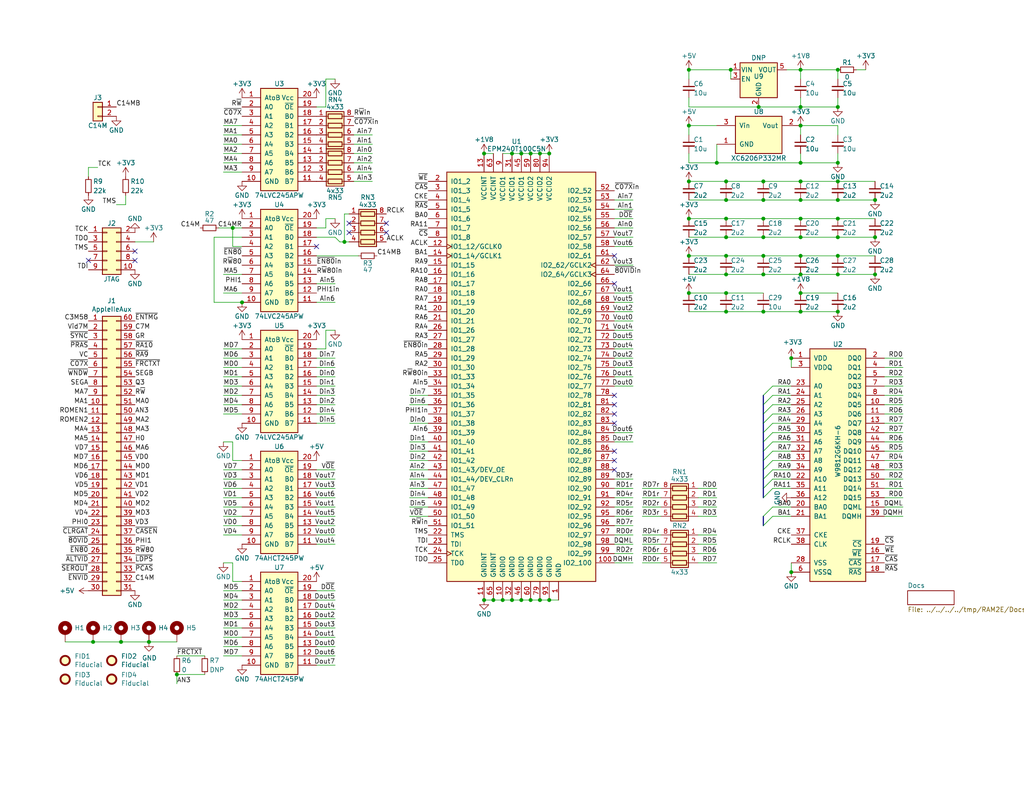
<source format=kicad_sch>
(kicad_sch (version 20230121) (generator eeschema)
  (paper "USLetter")
  (title_block (title "GW4203B (RAM2E II)") (date "2020-12-25") (rev "1.3") (company "Garrett's Workshop"))
  (junction (at 137.16 163.83))
  (junction (at 228.6 74.93))
  (junction (at 208.28 59.69))
  (junction (at 198.12 69.85))
  (junction (at 228.6 59.69))
  (junction (at 144.78 163.83))
  (junction (at 93.98 66.04))
  (junction (at 238.76 64.77))
  (junction (at 238.76 54.61))
  (junction (at 215.9 97.79))
  (junction (at 149.86 41.91))
  (junction (at 139.7 41.91))
  (junction (at 198.12 49.53))
  (junction (at 142.24 41.91))
  (junction (at 218.44 85.09))
  (junction (at 147.32 41.91))
  (junction (at 139.7 163.83))
  (junction (at 132.08 163.83))
  (junction (at 187.96 49.53))
  (junction (at 195.58 44.45))
  (junction (at 218.44 59.69))
  (junction (at 144.78 41.91))
  (junction (at 218.44 54.61))
  (junction (at 228.6 49.53))
  (junction (at 198.12 85.09))
  (junction (at 199.39 19.05))
  (junction (at 187.96 19.05))
  (junction (at 134.62 163.83))
  (junction (at 208.28 49.53))
  (junction (at 187.96 34.29))
  (junction (at 25.4 175.26))
  (junction (at 198.12 54.61))
  (junction (at 228.6 19.05))
  (junction (at 198.12 64.77))
  (junction (at 218.44 34.29))
  (junction (at 66.04 82.55))
  (junction (at 215.9 156.21))
  (junction (at 228.6 64.77))
  (junction (at 208.28 69.85))
  (junction (at 228.6 44.45))
  (junction (at 187.96 80.01))
  (junction (at 218.44 29.21))
  (junction (at 142.24 163.83))
  (junction (at 208.28 64.77))
  (junction (at 218.44 49.53))
  (junction (at 40.64 175.26))
  (junction (at 218.44 80.01))
  (junction (at 228.6 29.21))
  (junction (at 238.76 74.93))
  (junction (at 208.28 54.61))
  (junction (at 33.02 175.26))
  (junction (at 198.12 74.93))
  (junction (at 48.26 184.15))
  (junction (at 228.6 54.61))
  (junction (at 198.12 59.69))
  (junction (at 132.08 41.91))
  (junction (at 187.96 59.69))
  (junction (at 63.5 62.23))
  (junction (at 149.86 163.83))
  (junction (at 218.44 64.77))
  (junction (at 198.12 80.01))
  (junction (at 218.44 69.85))
  (junction (at 208.28 74.93))
  (junction (at 218.44 44.45))
  (junction (at 207.01 29.21))
  (junction (at 187.96 69.85))
  (junction (at 218.44 19.05))
  (junction (at 147.32 163.83))
  (junction (at 228.6 85.09))
  (junction (at 228.6 69.85))
  (junction (at 208.28 85.09))
  (junction (at 218.44 74.93))
  (no_connect (at 36.83 68.58))
  (no_connect (at 167.64 125.73))
  (no_connect (at 167.64 107.95))
  (no_connect (at 167.64 115.57))
  (no_connect (at 105.41 60.96))
  (no_connect (at 105.41 63.5))
  (no_connect (at 167.64 128.27))
  (no_connect (at 95.25 63.5))
  (no_connect (at 24.13 71.12))
  (no_connect (at 86.36 67.31))
  (no_connect (at 167.64 113.03))
  (no_connect (at 167.64 123.19))
  (no_connect (at 36.83 71.12))
  (no_connect (at 167.64 77.47))
  (no_connect (at 167.64 69.85))
  (no_connect (at 167.64 110.49))
  (no_connect (at 95.25 60.96))
  (bus_entry (at 210.82 128.27) (size -2.54 2.54))
  (bus_entry (at 210.82 113.03) (size -2.54 2.54))
  (bus_entry (at 210.82 118.11) (size -2.54 2.54))
  (bus_entry (at 210.82 125.73) (size -2.54 2.54))
  (bus_entry (at 210.82 130.81) (size -2.54 2.54))
  (bus_entry (at 210.82 115.57) (size -2.54 2.54))
  (bus_entry (at 210.82 110.49) (size -2.54 2.54))
  (bus_entry (at 210.82 105.41) (size -2.54 2.54))
  (bus_entry (at 210.82 120.65) (size -2.54 2.54))
  (bus_entry (at 210.82 138.43) (size -2.54 2.54))
  (bus_entry (at 210.82 140.97) (size -2.54 2.54))
  (bus_entry (at 210.82 123.19) (size -2.54 2.54))
  (bus_entry (at 210.82 107.95) (size -2.54 2.54))
  (bus_entry (at 210.82 133.35) (size -2.54 2.54))
  (wire (pts (xy 91.44 148.59) (xy 86.36 148.59)))
  (wire (pts (xy 60.96 171.45) (xy 66.04 171.45)))
  (wire (pts (xy 246.38 125.73) (xy 241.3 125.73)))
  (wire (pts (xy 60.96 135.89) (xy 66.04 135.89)))
  (wire (pts (xy 91.44 107.95) (xy 86.36 107.95)))
  (wire (pts (xy 228.6 49.53) (xy 238.76 49.53)))
  (wire (pts (xy 215.9 100.33) (xy 215.9 97.79)))
  (wire (pts (xy 246.38 105.41) (xy 241.3 105.41)))
  (wire (pts (xy 60.96 113.03) (xy 66.04 113.03)))
  (wire (pts (xy 218.44 69.85) (xy 228.6 69.85)))
  (wire (pts (xy 91.44 64.77) (xy 92.71 66.04)))
  (wire (pts (xy 111.76 107.95) (xy 116.84 107.95)))
  (bus (pts (xy 208.28 125.73) (xy 208.28 128.27)))
  (wire (pts (xy 60.96 163.83) (xy 66.04 163.83)))
  (wire (pts (xy 215.9 138.43) (xy 210.82 138.43)))
  (wire (pts (xy 187.96 49.53) (xy 198.12 49.53)))
  (wire (pts (xy 187.96 29.21) (xy 207.01 29.21)))
  (wire (pts (xy 167.64 140.97) (xy 172.72 140.97)))
  (wire (pts (xy 198.12 69.85) (xy 208.28 69.85)))
  (wire (pts (xy 88.9 90.17) (xy 91.44 90.17)))
  (wire (pts (xy 175.26 148.59) (xy 180.34 148.59)))
  (wire (pts (xy 92.71 66.04) (xy 93.98 66.04)))
  (wire (pts (xy 149.86 163.83) (xy 152.4 163.83)))
  (wire (pts (xy 180.34 135.89) (xy 175.26 135.89)))
  (wire (pts (xy 142.24 163.83) (xy 139.7 163.83)))
  (wire (pts (xy 172.72 72.39) (xy 167.64 72.39)))
  (wire (pts (xy 228.6 19.05) (xy 218.44 19.05)))
  (wire (pts (xy 195.58 133.35) (xy 190.5 133.35)))
  (wire (pts (xy 215.9 107.95) (xy 210.82 107.95)))
  (wire (pts (xy 111.76 123.19) (xy 116.84 123.19)))
  (wire (pts (xy 228.6 85.09) (xy 218.44 85.09)))
  (wire (pts (xy 175.26 146.05) (xy 180.34 146.05)))
  (wire (pts (xy 59.69 62.23) (xy 63.5 62.23)))
  (wire (pts (xy 172.72 100.33) (xy 167.64 100.33)))
  (wire (pts (xy 91.44 168.91) (xy 86.36 168.91)))
  (wire (pts (xy 208.28 64.77) (xy 218.44 64.77)))
  (wire (pts (xy 198.12 59.69) (xy 208.28 59.69)))
  (wire (pts (xy 25.4 175.26) (xy 17.78 175.26)))
  (wire (pts (xy 167.64 143.51) (xy 172.72 143.51)))
  (wire (pts (xy 60.96 143.51) (xy 66.04 143.51)))
  (wire (pts (xy 228.6 69.85) (xy 238.76 69.85)))
  (wire (pts (xy 172.72 138.43) (xy 167.64 138.43)))
  (wire (pts (xy 86.36 128.27) (xy 91.44 128.27)))
  (wire (pts (xy 218.44 29.21) (xy 207.01 29.21)))
  (wire (pts (xy 91.44 105.41) (xy 86.36 105.41)))
  (wire (pts (xy 66.04 64.77) (xy 58.42 64.77)))
  (wire (pts (xy 208.28 49.53) (xy 218.44 49.53)))
  (wire (pts (xy 41.91 66.04) (xy 36.83 66.04)))
  (wire (pts (xy 91.44 171.45) (xy 86.36 171.45)))
  (wire (pts (xy 60.96 179.07) (xy 66.04 179.07)))
  (wire (pts (xy 228.6 64.77) (xy 238.76 64.77)))
  (wire (pts (xy 91.44 115.57) (xy 86.36 115.57)))
  (wire (pts (xy 91.44 143.51) (xy 86.36 143.51)))
  (wire (pts (xy 111.76 130.81) (xy 116.84 130.81)))
  (wire (pts (xy 93.98 66.04) (xy 95.25 66.04)))
  (wire (pts (xy 215.9 140.97) (xy 210.82 140.97)))
  (wire (pts (xy 218.44 54.61) (xy 228.6 54.61)))
  (wire (pts (xy 198.12 80.01) (xy 208.28 80.01)))
  (bus (pts (xy 208.28 110.49) (xy 208.28 113.03)))
  (bus (pts (xy 208.28 133.35) (xy 208.28 135.89)))
  (wire (pts (xy 91.44 77.47) (xy 86.36 77.47)))
  (wire (pts (xy 24.13 45.72) (xy 26.67 45.72)))
  (wire (pts (xy 172.72 62.23) (xy 167.64 62.23)))
  (wire (pts (xy 91.44 100.33) (xy 86.36 100.33)))
  (wire (pts (xy 111.76 138.43) (xy 116.84 138.43)))
  (wire (pts (xy 228.6 36.83) (xy 228.6 34.29)))
  (wire (pts (xy 63.5 153.67) (xy 60.96 153.67)))
  (wire (pts (xy 63.5 62.23) (xy 63.5 67.31)))
  (wire (pts (xy 91.44 138.43) (xy 86.36 138.43)))
  (wire (pts (xy 88.9 95.25) (xy 88.9 90.17)))
  (bus (pts (xy 208.28 140.97) (xy 208.28 143.51)))
  (wire (pts (xy 60.96 97.79) (xy 66.04 97.79)))
  (wire (pts (xy 147.32 163.83) (xy 144.78 163.83)))
  (wire (pts (xy 218.44 29.21) (xy 218.44 26.67)))
  (wire (pts (xy 172.72 92.71) (xy 167.64 92.71)))
  (wire (pts (xy 58.42 64.77) (xy 58.42 82.55)))
  (wire (pts (xy 66.04 62.23) (xy 63.5 62.23)))
  (wire (pts (xy 172.72 54.61) (xy 167.64 54.61)))
  (wire (pts (xy 95.25 58.42) (xy 93.98 58.42)))
  (wire (pts (xy 195.58 138.43) (xy 190.5 138.43)))
  (wire (pts (xy 86.36 161.29) (xy 91.44 161.29)))
  (wire (pts (xy 246.38 138.43) (xy 241.3 138.43)))
  (wire (pts (xy 60.96 107.95) (xy 66.04 107.95)))
  (wire (pts (xy 187.96 44.45) (xy 187.96 41.91)))
  (wire (pts (xy 137.16 163.83) (xy 134.62 163.83)))
  (bus (pts (xy 208.28 113.03) (xy 208.28 115.57)))
  (wire (pts (xy 91.44 146.05) (xy 86.36 146.05)))
  (wire (pts (xy 142.24 41.91) (xy 139.7 41.91)))
  (wire (pts (xy 66.04 125.73) (xy 63.5 125.73)))
  (wire (pts (xy 60.96 102.87) (xy 66.04 102.87)))
  (wire (pts (xy 198.12 49.53) (xy 208.28 49.53)))
  (wire (pts (xy 167.64 146.05) (xy 172.72 146.05)))
  (wire (pts (xy 172.72 85.09) (xy 167.64 85.09)))
  (wire (pts (xy 91.44 110.49) (xy 86.36 110.49)))
  (wire (pts (xy 187.96 54.61) (xy 198.12 54.61)))
  (wire (pts (xy 228.6 34.29) (xy 218.44 34.29)))
  (wire (pts (xy 48.26 184.15) (xy 48.26 186.69)))
  (wire (pts (xy 60.96 44.45) (xy 66.04 44.45)))
  (wire (pts (xy 198.12 54.61) (xy 208.28 54.61)))
  (wire (pts (xy 187.96 19.05) (xy 187.96 21.59)))
  (wire (pts (xy 218.44 64.77) (xy 228.6 64.77)))
  (wire (pts (xy 180.34 151.13) (xy 175.26 151.13)))
  (wire (pts (xy 210.82 133.35) (xy 215.9 133.35)))
  (wire (pts (xy 111.76 128.27) (xy 116.84 128.27)))
  (wire (pts (xy 246.38 100.33) (xy 241.3 100.33)))
  (wire (pts (xy 208.28 59.69) (xy 218.44 59.69)))
  (wire (pts (xy 172.72 64.77) (xy 167.64 64.77)))
  (wire (pts (xy 218.44 19.05) (xy 214.63 19.05)))
  (wire (pts (xy 215.9 123.19) (xy 210.82 123.19)))
  (wire (pts (xy 187.96 34.29) (xy 187.96 36.83)))
  (wire (pts (xy 218.44 36.83) (xy 218.44 34.29)))
  (wire (pts (xy 149.86 163.83) (xy 147.32 163.83)))
  (wire (pts (xy 218.44 29.21) (xy 228.6 29.21)))
  (wire (pts (xy 144.78 41.91) (xy 142.24 41.91)))
  (wire (pts (xy 172.72 87.63) (xy 167.64 87.63)))
  (wire (pts (xy 63.5 158.75) (xy 63.5 153.67)))
  (wire (pts (xy 91.44 97.79) (xy 86.36 97.79)))
  (bus (pts (xy 208.28 123.19) (xy 208.28 125.73)))
  (wire (pts (xy 134.62 163.83) (xy 132.08 163.83)))
  (wire (pts (xy 175.26 140.97) (xy 180.34 140.97)))
  (wire (pts (xy 246.38 120.65) (xy 241.3 120.65)))
  (wire (pts (xy 246.38 140.97) (xy 241.3 140.97)))
  (wire (pts (xy 63.5 67.31) (xy 66.04 67.31)))
  (wire (pts (xy 246.38 118.11) (xy 241.3 118.11)))
  (wire (pts (xy 101.6 49.53) (xy 96.52 49.53)))
  (wire (pts (xy 60.96 105.41) (xy 66.04 105.41)))
  (bus (pts (xy 208.28 128.27) (xy 208.28 130.81)))
  (wire (pts (xy 187.96 74.93) (xy 198.12 74.93)))
  (wire (pts (xy 60.96 140.97) (xy 66.04 140.97)))
  (bus (pts (xy 208.28 120.65) (xy 208.28 123.19)))
  (wire (pts (xy 215.9 125.73) (xy 210.82 125.73)))
  (wire (pts (xy 60.96 110.49) (xy 66.04 110.49)))
  (wire (pts (xy 215.9 120.65) (xy 210.82 120.65)))
  (wire (pts (xy 246.38 102.87) (xy 241.3 102.87)))
  (wire (pts (xy 195.58 140.97) (xy 190.5 140.97)))
  (wire (pts (xy 187.96 59.69) (xy 198.12 59.69)))
  (wire (pts (xy 215.9 115.57) (xy 210.82 115.57)))
  (wire (pts (xy 215.9 130.81) (xy 210.82 130.81)))
  (wire (pts (xy 246.38 107.95) (xy 241.3 107.95)))
  (wire (pts (xy 111.76 120.65) (xy 116.84 120.65)))
  (wire (pts (xy 190.5 148.59) (xy 195.58 148.59)))
  (wire (pts (xy 91.44 181.61) (xy 86.36 181.61)))
  (wire (pts (xy 91.44 133.35) (xy 86.36 133.35)))
  (wire (pts (xy 215.9 118.11) (xy 210.82 118.11)))
  (wire (pts (xy 246.38 133.35) (xy 241.3 133.35)))
  (wire (pts (xy 60.96 100.33) (xy 66.04 100.33)))
  (wire (pts (xy 246.38 113.03) (xy 241.3 113.03)))
  (wire (pts (xy 132.08 41.91) (xy 134.62 41.91)))
  (wire (pts (xy 187.96 64.77) (xy 198.12 64.77)))
  (wire (pts (xy 24.13 48.26) (xy 24.13 45.72)))
  (wire (pts (xy 40.64 175.26) (xy 33.02 175.26)))
  (wire (pts (xy 187.96 19.05) (xy 199.39 19.05)))
  (wire (pts (xy 167.64 151.13) (xy 172.72 151.13)))
  (wire (pts (xy 195.58 153.67) (xy 190.5 153.67)))
  (bus (pts (xy 208.28 130.81) (xy 208.28 133.35)))
  (wire (pts (xy 218.44 44.45) (xy 195.58 44.45)))
  (wire (pts (xy 91.44 82.55) (xy 86.36 82.55)))
  (wire (pts (xy 91.44 135.89) (xy 86.36 135.89)))
  (wire (pts (xy 246.38 123.19) (xy 241.3 123.19)))
  (wire (pts (xy 149.86 41.91) (xy 147.32 41.91)))
  (wire (pts (xy 180.34 153.67) (xy 175.26 153.67)))
  (wire (pts (xy 195.58 151.13) (xy 190.5 151.13)))
  (wire (pts (xy 208.28 74.93) (xy 218.44 74.93)))
  (wire (pts (xy 195.58 135.89) (xy 190.5 135.89)))
  (wire (pts (xy 60.96 95.25) (xy 66.04 95.25)))
  (wire (pts (xy 48.26 179.07) (xy 55.88 179.07)))
  (wire (pts (xy 187.96 80.01) (xy 198.12 80.01)))
  (wire (pts (xy 198.12 74.93) (xy 208.28 74.93)))
  (wire (pts (xy 60.96 46.99) (xy 66.04 46.99)))
  (wire (pts (xy 172.72 120.65) (xy 167.64 120.65)))
  (wire (pts (xy 172.72 105.41) (xy 167.64 105.41)))
  (wire (pts (xy 60.96 80.01) (xy 66.04 80.01)))
  (wire (pts (xy 91.44 130.81) (xy 86.36 130.81)))
  (wire (pts (xy 116.84 140.97) (xy 111.76 140.97)))
  (wire (pts (xy 198.12 85.09) (xy 208.28 85.09)))
  (wire (pts (xy 180.34 133.35) (xy 175.26 133.35)))
  (wire (pts (xy 60.96 36.83) (xy 66.04 36.83)))
  (wire (pts (xy 111.76 110.49) (xy 116.84 110.49)))
  (wire (pts (xy 91.44 173.99) (xy 86.36 173.99)))
  (wire (pts (xy 228.6 74.93) (xy 238.76 74.93)))
  (wire (pts (xy 246.38 128.27) (xy 241.3 128.27)))
  (wire (pts (xy 60.96 74.93) (xy 66.04 74.93)))
  (wire (pts (xy 167.64 148.59) (xy 172.72 148.59)))
  (wire (pts (xy 86.36 62.23) (xy 88.9 62.23)))
  (wire (pts (xy 208.28 85.09) (xy 218.44 85.09)))
  (wire (pts (xy 101.6 41.91) (xy 96.52 41.91)))
  (wire (pts (xy 167.64 59.69) (xy 172.72 59.69)))
  (wire (pts (xy 215.9 105.41) (xy 210.82 105.41)))
  (wire (pts (xy 218.44 49.53) (xy 228.6 49.53)))
  (wire (pts (xy 195.58 146.05) (xy 190.5 146.05)))
  (wire (pts (xy 88.9 21.59) (xy 88.9 29.21)))
  (wire (pts (xy 101.6 39.37) (xy 96.52 39.37)))
  (wire (pts (xy 88.9 59.69) (xy 88.9 62.23)))
  (wire (pts (xy 172.72 57.15) (xy 167.64 57.15)))
  (wire (pts (xy 246.38 97.79) (xy 241.3 97.79)))
  (wire (pts (xy 172.72 102.87) (xy 167.64 102.87)))
  (wire (pts (xy 198.12 85.09) (xy 187.96 85.09)))
  (wire (pts (xy 60.96 176.53) (xy 66.04 176.53)))
  (wire (pts (xy 228.6 44.45) (xy 228.6 41.91)))
  (wire (pts (xy 60.96 41.91) (xy 66.04 41.91)))
  (wire (pts (xy 172.72 118.11) (xy 167.64 118.11)))
  (wire (pts (xy 91.44 102.87) (xy 86.36 102.87)))
  (wire (pts (xy 34.29 55.88) (xy 34.29 53.34)))
  (wire (pts (xy 55.88 184.15) (xy 48.26 184.15)))
  (wire (pts (xy 60.96 161.29) (xy 66.04 161.29)))
  (wire (pts (xy 218.44 74.93) (xy 228.6 74.93)))
  (wire (pts (xy 218.44 44.45) (xy 218.44 41.91)))
  (wire (pts (xy 215.9 113.03) (xy 210.82 113.03)))
  (wire (pts (xy 63.5 125.73) (xy 63.5 120.65)))
  (wire (pts (xy 111.76 133.35) (xy 116.84 133.35)))
  (wire (pts (xy 60.96 168.91) (xy 66.04 168.91)))
  (wire (pts (xy 172.72 82.55) (xy 167.64 82.55)))
  (wire (pts (xy 86.36 69.85) (xy 97.79 69.85)))
  (wire (pts (xy 91.44 176.53) (xy 86.36 176.53)))
  (wire (pts (xy 33.02 175.26) (xy 25.4 175.26)))
  (wire (pts (xy 198.12 64.77) (xy 208.28 64.77)))
  (wire (pts (xy 60.96 133.35) (xy 66.04 133.35)))
  (wire (pts (xy 228.6 21.59) (xy 228.6 19.05)))
  (wire (pts (xy 60.96 166.37) (xy 66.04 166.37)))
  (wire (pts (xy 172.72 130.81) (xy 167.64 130.81)))
  (wire (pts (xy 187.96 69.85) (xy 198.12 69.85)))
  (wire (pts (xy 147.32 41.91) (xy 144.78 41.91)))
  (wire (pts (xy 228.6 54.61) (xy 238.76 54.61)))
  (wire (pts (xy 246.38 110.49) (xy 241.3 110.49)))
  (bus (pts (xy 208.28 118.11) (xy 208.28 120.65)))
  (bus (pts (xy 208.28 107.95) (xy 208.28 110.49)))
  (wire (pts (xy 101.6 36.83) (xy 96.52 36.83)))
  (wire (pts (xy 187.96 29.21) (xy 187.96 26.67)))
  (wire (pts (xy 218.44 44.45) (xy 228.6 44.45)))
  (wire (pts (xy 246.38 130.81) (xy 241.3 130.81)))
  (wire (pts (xy 63.5 120.65) (xy 60.96 120.65)))
  (wire (pts (xy 172.72 90.17) (xy 167.64 90.17)))
  (wire (pts (xy 228.6 29.21) (xy 228.6 26.67)))
  (wire (pts (xy 60.96 39.37) (xy 66.04 39.37)))
  (wire (pts (xy 208.28 69.85) (xy 218.44 69.85)))
  (wire (pts (xy 139.7 163.83) (xy 137.16 163.83)))
  (wire (pts (xy 66.04 158.75) (xy 63.5 158.75)))
  (wire (pts (xy 175.26 138.43) (xy 180.34 138.43)))
  (wire (pts (xy 236.22 19.05) (xy 233.68 19.05)))
  (wire (pts (xy 218.44 80.01) (xy 228.6 80.01)))
  (wire (pts (xy 93.98 58.42) (xy 93.98 66.04)))
  (wire (pts (xy 86.36 29.21) (xy 88.9 29.21)))
  (wire (pts (xy 111.76 135.89) (xy 116.84 135.89)))
  (wire (pts (xy 172.72 95.25) (xy 167.64 95.25)))
  (wire (pts (xy 167.64 153.67) (xy 172.72 153.67)))
  (wire (pts (xy 86.36 95.25) (xy 88.9 95.25)))
  (wire (pts (xy 172.72 67.31) (xy 167.64 67.31)))
  (wire (pts (xy 195.58 44.45) (xy 195.58 39.37)))
  (wire (pts (xy 88.9 59.69) (xy 91.44 59.69)))
  (wire (pts (xy 60.96 146.05) (xy 66.04 146.05)))
  (wire (pts (xy 187.96 44.45) (xy 195.58 44.45)))
  (wire (pts (xy 91.44 140.97) (xy 86.36 140.97)))
  (wire (pts (xy 172.72 80.01) (xy 167.64 80.01)))
  (wire (pts (xy 58.42 82.55) (xy 66.04 82.55)))
  (wire (pts (xy 111.76 125.73) (xy 116.84 125.73)))
  (wire (pts (xy 172.72 135.89) (xy 167.64 135.89)))
  (wire (pts (xy 218.44 21.59) (xy 218.44 19.05)))
  (wire (pts (xy 172.72 133.35) (xy 167.64 133.35)))
  (wire (pts (xy 139.7 41.91) (xy 137.16 41.91)))
  (wire (pts (xy 246.38 115.57) (xy 241.3 115.57)))
  (wire (pts (xy 86.36 64.77) (xy 91.44 64.77)))
  (wire (pts (xy 31.75 55.88) (xy 34.29 55.88)))
  (wire (pts (xy 60.96 128.27) (xy 66.04 128.27)))
  (wire (pts (xy 91.44 179.07) (xy 86.36 179.07)))
  (wire (pts (xy 101.6 46.99) (xy 96.52 46.99)))
  (wire (pts (xy 246.38 135.89) (xy 241.3 135.89)))
  (wire (pts (xy 48.26 175.26) (xy 40.64 175.26)))
  (wire (pts (xy 172.72 97.79) (xy 167.64 97.79)))
  (bus (pts (xy 208.28 115.57) (xy 208.28 118.11)))
  (wire (pts (xy 60.96 34.29) (xy 66.04 34.29)))
  (wire (pts (xy 215.9 110.49) (xy 210.82 110.49)))
  (wire (pts (xy 91.44 113.03) (xy 86.36 113.03)))
  (wire (pts (xy 199.39 19.05) (xy 199.39 21.59)))
  (wire (pts (xy 88.9 21.59) (xy 91.44 21.59)))
  (wire (pts (xy 187.96 34.29) (xy 195.58 34.29)))
  (wire (pts (xy 101.6 44.45) (xy 96.52 44.45)))
  (wire (pts (xy 215.9 128.27) (xy 210.82 128.27)))
  (wire (pts (xy 91.44 166.37) (xy 86.36 166.37)))
  (wire (pts (xy 60.96 173.99) (xy 66.04 173.99)))
  (wire (pts (xy 218.44 59.69) (xy 228.6 59.69)))
  (wire (pts (xy 60.96 130.81) (xy 66.04 130.81)))
  (wire (pts (xy 111.76 115.57) (xy 116.84 115.57)))
  (wire (pts (xy 228.6 59.69) (xy 238.76 59.69)))
  (wire (pts (xy 91.44 163.83) (xy 86.36 163.83)))
  (wire (pts (xy 144.78 163.83) (xy 142.24 163.83)))
  (wire (pts (xy 60.96 138.43) (xy 66.04 138.43)))
  (wire (pts (xy 215.9 156.21) (xy 215.9 153.67)))
  (wire (pts (xy 208.28 54.61) (xy 218.44 54.61)))
  (label "MD4" (at 24.13 138.43 180))
  (label "RA0" (at 215.9 105.41 180))
  (label "VD3" (at 60.96 130.81 0))
  (label "Vout4" (at 172.72 90.17 180))
  (label "Dout6" (at 91.44 179.07 180))
  (label "Vout6" (at 91.44 135.89 180))
  (label "R~{W}" (at 66.04 29.21 180))
  (label "~{CS}" (at 116.84 64.77 180))
  (label "Din7" (at 91.44 97.79 180))
  (label "RD6r" (at 175.26 151.13 0))
  (label "~{80VID}" (at 24.13 148.59 180))
  (label "Vout1" (at 91.44 138.43 180))
  (label "~{C07X}in" (at 96.52 34.29 0))
  (label "RA7" (at 215.9 123.19 180))
  (label "~{ENTMG}" (at 36.83 87.63 0))
  (label "Dout0" (at 91.44 176.53 180))
  (label "Vout6" (at 172.72 67.31 180))
  (label "RA6" (at 215.9 120.65 180))
  (label "~{SYNC}" (at 24.13 92.71 180))
  (label "RD4" (at 195.58 146.05 180))
  (label "DQMH" (at 246.38 140.97 180))
  (label "RA5" (at 215.9 118.11 180))
  (label "R~{W}80in" (at 86.36 74.93 0))
  (label "MD1" (at 60.96 171.45 0))
  (label "RD2r" (at 172.72 151.13 180))
  (label "~{80VID}in" (at 167.64 74.93 0))
  (label "R~{W}80" (at 66.04 72.39 180))
  (label "~{FRCTXT}" (at 48.26 179.07 0))
  (label "~{RA9}" (at 36.83 97.79 0))
  (label "Ain2" (at 101.6 44.45 180))
  (label "Dout5" (at 172.72 92.71 180))
  (label "RD4" (at 246.38 107.95 180))
  (label "RA10" (at 116.84 74.93 180))
  (label "ROMEN1" (at 24.13 113.03 180))
  (label "TCK" (at 24.13 63.5 180))
  (label "RA8" (at 215.9 125.73 180))
  (label "~{ENVID}" (at 24.13 158.75 180))
  (label "VD7" (at 24.13 123.19 180))
  (label "RA11" (at 116.84 62.23 180))
  (label "RD2" (at 195.58 138.43 180))
  (label "Dout2" (at 172.72 97.79 180))
  (label "Dout6" (at 172.72 118.11 180))
  (label "Din7" (at 111.76 107.95 0))
  (label "~{WNDW}" (at 24.13 102.87 180))
  (label "Dout3" (at 172.72 100.33 180))
  (label "MD7" (at 60.96 95.25 0))
  (label "Dout1" (at 91.44 173.99 180))
  (label "RD3r" (at 172.72 130.81 180))
  (label "VD4" (at 24.13 140.97 180))
  (label "RD1" (at 246.38 100.33 180))
  (label "Din5" (at 91.44 115.57 180))
  (label "RA2" (at 116.84 100.33 180))
  (label "Ain6" (at 116.84 118.11 180))
  (label "Dout4" (at 91.44 166.37 180))
  (label "Vout4" (at 91.44 148.59 180))
  (label "RA1" (at 215.9 107.95 180))
  (label "RD7r" (at 175.26 133.35 0))
  (label "Ain5" (at 91.44 77.47 180))
  (label "VD6" (at 60.96 133.35 0))
  (label "Ain7" (at 172.72 54.61 180))
  (label "RD7r" (at 172.72 143.51 180))
  (label "TCK" (at 26.67 45.72 0))
  (label "R~{W}" (at 36.83 107.95 0))
  (label "RD4r" (at 172.72 135.89 180))
  (label "TDI" (at 116.84 148.59 180))
  (label "AN3" (at 48.26 186.69 0))
  (label "MD7" (at 24.13 125.73 180))
  (label "RA0" (at 116.84 80.01 180))
  (label "Din4" (at 111.76 135.89 0))
  (label "RD3r" (at 175.26 140.97 0))
  (label "MD3" (at 60.96 168.91 0))
  (label "Ain5" (at 116.84 105.41 180))
  (label "MD0" (at 36.83 128.27 0))
  (label "RA10" (at 215.9 130.81 180))
  (label "MA3" (at 60.96 46.99 0))
  (label "~{RA10}" (at 36.83 95.25 0))
  (label "MD4" (at 60.96 163.83 0))
  (label "RA9" (at 215.9 128.27 180))
  (label "Vout3" (at 91.44 133.35 180))
  (label "~{RAS}" (at 116.84 57.15 180))
  (label "MA2" (at 60.96 41.91 0))
  (label "SEGB" (at 36.83 102.87 0))
  (label "TDO" (at 24.13 66.04 180))
  (label "Vout7" (at 91.44 130.81 180))
  (label "VC" (at 24.13 97.79 180))
  (label "RA3" (at 215.9 113.03 180))
  (label "Din1" (at 111.76 120.65 0))
  (label "RD0" (at 246.38 135.89 180))
  (label "RD3" (at 246.38 128.27 180))
  (label "MD6" (at 60.96 176.53 0))
  (label "~{PCAS}" (at 36.83 156.21 0))
  (label "C3M58" (at 24.13 87.63 180))
  (label "MD4" (at 60.96 110.49 0))
  (label "Dout1" (at 172.72 102.87 180))
  (label "Vout3" (at 172.72 72.39 180))
  (label "~{EN80}" (at 24.13 151.13 180))
  (label "RA3" (at 116.84 92.71 180))
  (label "MD5" (at 24.13 135.89 180))
  (label "~{CAS}" (at 241.3 153.67 0))
  (label "Din3" (at 111.76 123.19 0))
  (label "PHI0" (at 24.13 143.51 180))
  (label "PHI1" (at 66.04 77.47 180))
  (label "Vout5" (at 91.44 140.97 180))
  (label "MD5" (at 60.96 161.29 0))
  (label "C14MR" (at 66.04 62.23 180))
  (label "R~{W}in" (at 96.52 31.75 0))
  (label "TMS" (at 24.13 68.58 180))
  (label "Dout2" (at 91.44 168.91 180))
  (label "PHI1in" (at 86.36 80.01 0))
  (label "RA4" (at 215.9 115.57 180))
  (label "RD5r" (at 172.72 138.43 180))
  (label "D~{OE}" (at 91.44 161.29 180))
  (label "~{CLRGAT}" (at 24.13 146.05 180))
  (label "MD3" (at 36.83 140.97 0))
  (label "MA6" (at 36.83 123.19 0))
  (label "~{EN80}" (at 66.04 69.85 180))
  (label "Din5" (at 111.76 138.43 0))
  (label "Dout7" (at 172.72 120.65 180))
  (label "MD6" (at 60.96 97.79 0))
  (label "MA7" (at 60.96 34.29 0))
  (label "Ain1" (at 101.6 39.37 180))
  (label "VD0" (at 60.96 143.51 0))
  (label "BA0" (at 215.9 138.43 180))
  (label "C14M" (at 54.61 62.23 180))
  (label "RD5" (at 246.38 123.19 180))
  (label "Ain3" (at 101.6 49.53 180))
  (label "VD2" (at 60.96 140.97 0))
  (label "V~{OE}" (at 91.44 128.27 180))
  (label "MA3" (at 36.83 118.11 0))
  (label "AN3" (at 36.83 113.03 0))
  (label "Ain4" (at 111.76 130.81 0))
  (label "TDI" (at 24.13 73.66 180))
  (label "TMS" (at 116.84 146.05 180))
  (label "Ain3" (at 111.76 133.35 0))
  (label "Dout7" (at 91.44 181.61 180))
  (label "BA1" (at 215.9 140.97 180))
  (label "RD7" (at 246.38 115.57 180))
  (label "RD2" (at 246.38 102.87 180))
  (label "MA4" (at 60.96 44.45 0))
  (label "Ain0" (at 101.6 41.91 180))
  (label "Dout4" (at 172.72 95.25 180))
  (label "MA5" (at 60.96 74.93 0))
  (label "Din6" (at 111.76 110.49 0))
  (label "MD2" (at 60.96 107.95 0))
  (label "~{RAS}" (at 241.3 156.21 0))
  (label "GR" (at 36.83 92.71 0))
  (label "RD4" (at 246.38 125.73 180))
  (label "Vout5" (at 172.72 82.55 180))
  (label "RD3" (at 246.38 105.41 180))
  (label "MD7" (at 60.96 179.07 0))
  (label "RD6" (at 246.38 113.03 180))
  (label "~{LDPS}" (at 36.83 153.67 0))
  (label "D~{OE}" (at 172.72 59.69 180))
  (label "VD4" (at 60.96 146.05 0))
  (label "RA2" (at 215.9 110.49 180))
  (label "VD1" (at 36.83 133.35 0))
  (label "SEGA" (at 24.13 105.41 180))
  (label "MD2" (at 60.96 166.37 0))
  (label "~{CASEN}" (at 36.83 146.05 0))
  (label "BA0" (at 116.84 59.69 180))
  (label "VD7" (at 60.96 128.27 0))
  (label "~{EN80}in" (at 116.84 95.25 180))
  (label "Din2" (at 91.44 110.49 180))
  (label "MA5" (at 24.13 120.65 180))
  (label "BA1" (at 116.84 69.85 180))
  (label "VD3" (at 36.83 143.51 0))
  (label "C7M" (at 36.83 90.17 0))
  (label "MA2" (at 36.83 115.57 0))
  (label "Vout0" (at 91.44 146.05 180))
  (label "~{CS}" (at 241.3 148.59 0))
  (label "RD5" (at 195.58 148.59 180))
  (label "RD1r" (at 175.26 135.89 0))
  (label "Ain1" (at 172.72 57.15 180))
  (label "Ain2" (at 111.76 128.27 0))
  (label "~{C07X}" (at 66.04 31.75 180))
  (label "RD5" (at 246.38 110.49 180))
  (label "VD1" (at 60.96 135.89 0))
  (label "DQML" (at 172.72 148.59 180))
  (label "Din3" (at 91.44 107.95 180))
  (label "Dout5" (at 91.44 163.83 180))
  (label "RA8" (at 116.84 77.47 180))
  (label "RA5" (at 116.84 97.79 180))
  (label "ROMEN2" (at 24.13 115.57 180))
  (label "TMS" (at 31.75 55.88 180))
  (label "RA1" (at 116.84 85.09 180))
  (label "H0" (at 36.83 120.65 0))
  (label "Din0" (at 111.76 115.57 0))
  (label "RD1r" (at 172.72 133.35 180))
  (label "~{SEROUT}" (at 24.13 156.21 180))
  (label "MA0" (at 60.96 39.37 0))
  (label "MA1" (at 60.96 36.83 0))
  (label "Ain6" (at 91.44 82.55 180))
  (label "~{FRCTXT}" (at 36.83 100.33 0))
  (label "MA0" (at 36.83 110.49 0))
  (label "~{WE}" (at 241.3 151.13 0))
  (label "RD4r" (at 175.26 146.05 0))
  (label "RD6r" (at 172.72 140.97 180))
  (label "Din6" (at 91.44 100.33 180))
  (label "MA7" (at 24.13 107.95 180))
  (label "RD6" (at 246.38 120.65 180))
  (label "MD0" (at 60.96 100.33 0))
  (label "MA1" (at 24.13 110.49 180))
  (label "RCLK" (at 105.41 58.42 0))
  (label "RD5r" (at 175.26 148.59 0))
  (label "Dout0" (at 172.72 105.41 180))
  (label "TCK" (at 116.84 151.13 180))
  (label "~{C07X}in" (at 167.64 52.07 0))
  (label "~{ALTVID}" (at 24.13 153.67 180))
  (label "Din2" (at 111.76 125.73 0))
  (label "VD5" (at 24.13 133.35 180))
  (label "Vout7" (at 172.72 64.77 180))
  (label "~{C07X}" (at 24.13 100.33 180))
  (label "MD1" (at 60.96 102.87 0))
  (label "RD0" (at 246.38 97.79 180))
  (label "RA11" (at 215.9 133.35 180))
  (label "Din0" (at 91.44 102.87 180))
  (label "Ain0" (at 172.72 62.23 180))
  (label "RD2" (at 246.38 130.81 180))
  (label "~{WE}" (at 116.84 49.53 180))
  (label "~{PRAS}" (at 24.13 95.25 180))
  (label "MD6" (at 24.13 128.27 180))
  (label "RA6" (at 116.84 87.63 180))
  (label "Vout1" (at 172.72 80.01 180))
  (label "Vid7M" (at 24.13 90.17 180))
  (label "MD1" (at 36.83 130.81 0))
  (label "MD0" (at 60.96 173.99 0))
  (label "Vout0" (at 172.72 87.63 180))
  (label "RD0" (at 195.58 133.35 180))
  (label "RD6" (at 195.58 151.13 180))
  (label "RCLK" (at 215.9 148.59 180))
  (label "Vout2" (at 172.72 85.09 180))
  (label "VD2" (at 36.83 135.89 0))
  (label "RA7" (at 116.84 82.55 180))
  (label "MD2" (at 36.83 138.43 0))
  (label "V~{OE}" (at 111.76 140.97 0))
  (label "~{EN80}in" (at 86.36 72.39 0))
  (label "RD7" (at 195.58 153.67 180))
  (label "RD0r" (at 172.72 146.05 180))
  (label "Q3" (at 36.83 105.41 0))
  (label "RD7" (at 246.38 118.11 180))
  (label "Dout3" (at 91.44 171.45 180))
  (label "R~{W}80in" (at 116.84 102.87 180))
  (label "MD3" (at 60.96 105.41 0))
  (label "ACLK" (at 105.41 66.04 0))
  (label "CKE" (at 116.84 54.61 180))
  (label "~{CAS}" (at 116.84 52.07 180))
  (label "MA6" (at 60.96 80.01 0))
  (label "RD0r" (at 175.26 153.67 0))
  (label "MA4" (at 24.13 118.11 180))
  (label "Vout2" (at 91.44 143.51 180))
  (label "Din4" (at 91.44 113.03 180))
  (label "RA9" (at 116.84 72.39 180))
  (label "RD2r" (at 175.26 138.43 0))
  (label "VD5" (at 60.96 138.43 0))
  (label "PHI1in" (at 116.84 113.03 180))
  (label "CKE" (at 215.9 146.05 180))
  (label "DQML" (at 246.38 138.43 180))
  (label "RD3" (at 195.58 140.97 180))
  (label "RD1" (at 195.58 135.89 180))
  (label "PHI1" (at 36.83 148.59 0))
  (label "Din1" (at 91.44 105.41 180))
  (label "VD0" (at 36.83 125.73 0))
  (label "Ain4" (at 101.6 46.99 180))
  (label "TDO" (at 116.84 153.67 180))
  (label "R~{W}in" (at 116.84 143.51 180))
  (label "RA4" (at 116.84 90.17 180))
  (label "C14M" (at 36.83 158.75 0))
  (label "ACLK" (at 116.84 67.31 180))
  (label "DQMH" (at 172.72 153.67 180))
  (label "Ain7" (at 101.6 36.83 180))
  (label "VD6" (at 24.13 130.81 180))
  (label "RD1" (at 246.38 133.35 180))
  (label "C14MB" (at 102.87 69.85 0))
  (label "R~{W}80" (at 36.83 151.13 0))
  (label "MD5" (at 60.96 113.03 0))
  (label "C14MB" (at 31.75 29.21 0))
  (symbol (lib_id "Device:C_Small") (at 218.44 24.13 0) (unit 1)
    (property "Reference" "C4" (at 219.71 22.86 0) (effects (justify left)))
    (property "Value" "10u" (at 219.71 25.4 0) (effects (justify left)))
    (property "Footprint" "stdpads:C_0805" (effects hide))
    (property "LCSC Part" "C15850" (effects hide))
  )
  (symbol (lib_id "Device:C_Small") (at 228.6 24.13 0) (unit 1)
    (property "Reference" "C5" (at 229.87 22.86 0) (effects (justify left)))
    (property "Value" "10u" (at 229.87 25.4 0) (effects (justify left)))
    (property "Footprint" "stdpads:C_0805" (effects hide))
    (property "LCSC Part" "C15850" (effects hide))
  )
  (symbol (lib_id "Mechanical:Fiducial") (at 17.78 180.34 0) (unit 1)
    (property "Reference" "FID1" (at 20.32 179.1716 0) (effects (justify left)))
    (property "Value" "Fiducial" (at 20.32 181.483 0) (effects (justify left)))
    (property "Footprint" "stdpads:Fiducial" (effects hide))
  )
  (symbol (lib_id "Mechanical:Fiducial") (at 30.48 180.34 0) (unit 1)
    (property "Reference" "FID2" (at 33.02 179.1716 0) (effects (justify left)))
    (property "Value" "Fiducial" (at 33.02 181.483 0) (effects (justify left)))
    (property "Footprint" "stdpads:Fiducial" (effects hide))
  )
  (symbol (lib_id "Mechanical:Fiducial") (at 17.78 185.42 0) (unit 1)
    (property "Reference" "FID3" (at 20.32 184.2516 0) (effects (justify left)))
    (property "Value" "Fiducial" (at 20.32 186.563 0) (effects (justify left)))
    (property "Footprint" "stdpads:Fiducial" (effects hide))
  )
  (symbol (lib_id "Mechanical:Fiducial") (at 30.48 185.42 0) (unit 1)
    (property "Reference" "FID4" (at 33.02 184.2516 0) (effects (justify left)))
    (property "Value" "Fiducial" (at 33.02 186.563 0) (effects (justify left)))
    (property "Footprint" "stdpads:Fiducial" (effects hide))
  )
  (symbol (lib_id "Mechanical:MountingHole_Pad") (at 17.78 172.72 0) (unit 1)
    (property "Reference" "H1" (at 20.32 171.4246 0) (effects (justify left)))
    (property "Value" " " (at 20.32 173.736 0) (effects (justify left)))
    (property "Footprint" "stdpads:PasteHole_1.152mm_NPTH" (effects hide))
  )
  (symbol (lib_id "Mechanical:MountingHole_Pad") (at 25.4 172.72 0) (unit 1)
    (property "Reference" "H2" (at 27.94 171.4246 0) (effects (justify left)))
    (property "Value" " " (at 27.94 173.736 0) (effects (justify left)))
    (property "Footprint" "stdpads:PasteHole_1.152mm_NPTH" (effects hide))
  )
  (symbol (lib_id "Mechanical:MountingHole_Pad") (at 33.02 172.72 0) (unit 1)
    (property "Reference" "H3" (at 35.56 171.4246 0) (effects (justify left)))
    (property "Value" " " (at 35.56 173.736 0) (effects (justify left)))
    (property "Footprint" "stdpads:PasteHole_1.152mm_NPTH" (effects hide))
  )
  (symbol (lib_id "Mechanical:MountingHole_Pad") (at 40.64 172.72 0) (unit 1)
    (property "Reference" "H4" (at 43.18 171.4246 0) (effects (justify left)))
    (property "Value" " " (at 43.18 173.736 0) (effects (justify left)))
    (property "Footprint" "stdpads:PasteHole_1.152mm_NPTH" (effects hide))
  )
  (symbol (lib_id "power:GND") (at 40.64 175.26 0) (unit 1)
    (property "Reference" "#PWR0132" (effects hide))
    (property "Value" "GND" (at 40.767 179.6542 0))
  )
  (symbol (lib_id "Connector_Generic:Conn_02x30_Counter_Clockwise") (at 29.21 123.19 0) (unit 1)
    (property "Reference" "J1" (at 30.48 82.1182 0))
    (property "Value" "AppleIIeAux" (at 30.48 84.4296 0))
    (property "Footprint" "stdpads:AppleIIeAux_Edge" (effects hide))
  )
  (symbol (lib_id "power:+5V") (at 24.13 161.29 90) (unit 1)
    (property "Reference" "#PWR0106" (effects hide))
    (property "Value" "+5V" (at 20.32 161.29 90) (effects (justify left)))
  )
  (symbol (lib_id "power:GND") (at 36.83 161.29 0) (unit 1)
    (property "Reference" "#PWR0107" (effects hide))
    (property "Value" "GND" (at 36.83 165.1 0))
  )
  (symbol (lib_id "Device:C_Small") (at 187.96 39.37 0) (unit 1)
    (property "Reference" "C1" (at 189.23 38.1 0) (effects (justify left)))
    (property "Value" "10u" (at 189.23 40.64 0) (effects (justify left)))
    (property "Footprint" "stdpads:C_0805" (effects hide))
    (property "LCSC Part" "C15850" (effects hide))
  )
  (symbol (lib_id "Device:C_Small") (at 228.6 39.37 0) (unit 1)
    (property "Reference" "C3" (at 229.87 38.1 0) (effects (justify left)))
    (property "Value" "10u" (at 229.87 40.64 0) (effects (justify left)))
    (property "Footprint" "stdpads:C_0805" (effects hide))
    (property "LCSC Part" "C15850" (effects hide))
  )
  (symbol (lib_id "RAM2E-rescue:SDRAM-16Mx16-TSOP2-54-GW_RAM") (at 228.6 123.19 0) (unit 1)
    (property "Reference" "U2" (at 228.6 93.98 0))
    (property "Value" "W9812G6KH-6" (at 228.6 123.19 90))
    (property "Footprint" "stdpads:TSOP-II-54_22.2x10.16mm_P0.8mm" (effects hide))
    (property "LCSC Part" "C62379" (effects hide))
  )
  (symbol (lib_id "RAM2E-rescue:74245-GW_Logic") (at 76.2 38.1 0) (unit 1)
    (property "Reference" "U3" (at 76.2 22.86 0))
    (property "Value" "74LVC245APW" (at 76.2 53.34 0))
    (property "Footprint" "stdpads:TSSOP-20_4.4x6.5mm_P0.65mm" (effects hide))
    (property "LCSC Part" "C6082" (effects hide))
  )
  (symbol (lib_id "RAM2E-rescue:74245-GW_Logic") (at 76.2 104.14 0) (unit 1)
    (property "Reference" "U5" (at 76.2 88.9 0))
    (property "Value" "74LVC245APW" (at 76.2 119.38 0))
    (property "Footprint" "stdpads:TSSOP-20_4.4x6.5mm_P0.65mm" (effects hide))
    (property "LCSC Part" "C6082" (effects hide))
  )
  (symbol (lib_id "RAM2E-rescue:74245-GW_Logic") (at 76.2 170.18 0) (unit 1)
    (property "Reference" "U7" (at 76.2 154.94 0))
    (property "Value" "74AHCT245PW" (at 76.2 185.42 0))
    (property "Footprint" "stdpads:TSSOP-20_4.4x6.5mm_P0.65mm" (effects hide))
    (property "LCSC Part" "C173388" (effects hide))
  )
  (symbol (lib_id "Device:R_Small") (at 55.88 181.61 0) (mirror y) (unit 1)
    (property "Reference" "R7" (at 57.15 180.34 0) (effects (justify right)))
    (property "Value" "DNP" (at 57.15 182.88 0) (effects (justify right)))
    (property "Footprint" "stdpads:R_0805" (effects hide))
  )
  (symbol (lib_id "power:GND") (at 66.04 49.53 0) (unit 1)
    (property "Reference" "#PWR0101" (effects hide))
    (property "Value" "GND" (at 66.04 53.34 0))
  )
  (symbol (lib_id "power:GND") (at 66.04 115.57 0) (unit 1)
    (property "Reference" "#PWR0123" (effects hide))
    (property "Value" "GND" (at 66.04 119.38 0))
  )
  (symbol (lib_id "power:GND") (at 66.04 181.61 0) (unit 1)
    (property "Reference" "#PWR0122" (effects hide))
    (property "Value" "GND" (at 66.04 185.42 0))
  )
  (symbol (lib_id "power:+5V") (at 86.36 158.75 0) (unit 1)
    (property "Reference" "#PWR0121" (effects hide))
    (property "Value" "+5V" (at 86.36 154.94 0))
  )
  (symbol (lib_id "power:+3V3") (at 86.36 92.71 0) (unit 1)
    (property "Reference" "#PWR0120" (effects hide))
    (property "Value" "+3V3" (at 86.36 88.9 0))
  )
  (symbol (lib_id "power:+3V3") (at 86.36 26.67 0) (unit 1)
    (property "Reference" "#PWR0102" (effects hide))
    (property "Value" "+3V3" (at 86.36 22.86 0))
  )
  (symbol (lib_id "power:GND") (at 91.44 90.17 0) (unit 1)
    (property "Reference" "#PWR0119" (effects hide))
    (property "Value" "GND" (at 91.44 93.98 0))
  )
  (symbol (lib_id "power:GND") (at 91.44 21.59 0) (unit 1)
    (property "Reference" "#PWR0104" (effects hide))
    (property "Value" "GND" (at 91.44 25.4 0))
  )
  (symbol (lib_id "Device:R_Pack04") (at 185.42 138.43 90) (mirror x) (unit 1)
    (property "Reference" "RN1" (at 185.42 129.54 90) (effects (justify bottom)))
    (property "Value" "4x33" (at 185.42 130.81 90))
    (property "Footprint" "stdpads:R4_0402" (effects hide))
    (property "LCSC Part" "C25501" (effects hide))
  )
  (symbol (lib_id "Device:R_Pack04") (at 185.42 151.13 90) (mirror x) (unit 1)
    (property "Reference" "RN2" (at 185.42 143.51 90))
    (property "Value" "4x33" (at 185.42 156.21 90))
    (property "Footprint" "stdpads:R4_0402" (effects hide))
    (property "LCSC Part" "C25501" (effects hide))
  )
  (symbol (lib_id "Device:R_Small") (at 24.13 50.8 0) (mirror y) (unit 1)
    (property "Reference" "R9" (at 25.4 49.53 0) (effects (justify right)))
    (property "Value" "22k" (at 25.4 52.07 0) (effects (justify right)))
    (property "Footprint" "stdpads:R_0805" (effects hide))
    (property "LCSC Part" "C17560" (effects hide))
  )
  (symbol (lib_id "Device:R_Small") (at 34.29 50.8 0) (mirror y) (unit 1)
    (property "Reference" "R10" (at 35.56 49.53 0) (effects (justify right)))
    (property "Value" "22k" (at 35.56 52.07 0) (effects (justify right)))
    (property "Footprint" "stdpads:R_0805" (effects hide))
    (property "LCSC Part" "C17560" (effects hide))
  )
  (symbol (lib_id "power:GND") (at 24.13 53.34 0) (unit 1)
    (property "Reference" "#PWR0148" (effects hide))
    (property "Value" "GND" (at 24.13 57.15 0))
  )
  (symbol (lib_id "power:+3V3") (at 34.29 48.26 0) (unit 1)
    (property "Reference" "#PWR0149" (effects hide))
    (property "Value" "+3V3" (at 34.29 44.45 0))
  )
  (symbol (lib_id "Connector_Generic:Conn_02x05_Odd_Even") (at 29.21 68.58 0) (unit 1)
    (property "Reference" "J2" (at 30.48 60.96 0))
    (property "Value" "JTAG" (at 30.48 76.2 0))
    (property "Footprint" "stdpads:TC2050" (effects hide))
  )
  (symbol (lib_id "power:GND") (at 36.83 73.66 0) (unit 1)
    (property "Reference" "#PWR0141" (effects hide))
    (property "Value" "GND" (at 36.83 77.47 0))
  )
  (symbol (lib_id "power:GND") (at 36.83 63.5 180) (unit 1)
    (property "Reference" "#PWR0142" (effects hide))
    (property "Value" "GND" (at 36.83 59.69 0))
  )
  (symbol (lib_id "power:+3V3") (at 41.91 66.04 0) (unit 1)
    (property "Reference" "#PWR0143" (effects hide))
    (property "Value" "+3V3" (at 41.91 62.23 0))
  )
  (symbol (lib_id "Mechanical:MountingHole_Pad") (at 48.26 172.72 0) (unit 1)
    (property "Reference" "H5" (at 50.8 171.4246 0) (effects (justify left)))
    (property "Value" " " (at 50.8 173.736 0) (effects (justify left)))
    (property "Footprint" "stdpads:PasteHole_1.1mm_PTH" (effects hide))
  )
  (symbol (lib_id "power:GND") (at 215.9 156.21 0) (unit 1)
    (property "Reference" "#PWR0105" (effects hide))
    (property "Value" "GND" (at 215.9 160.02 0))
  )
  (symbol (lib_id "power:+3V3") (at 215.9 97.79 0) (unit 1)
    (property "Reference" "#PWR0109" (effects hide))
    (property "Value" "+3V3" (at 216.281 93.3958 0))
  )
  (symbol (lib_id "RAM2E-rescue:5M240ZT100-GW_PLD") (at 142.24 102.87 0) (unit 1)
    (property "Reference" "U1" (at 140.97 39.37 0) (effects (justify bottom)))
    (property "Value" "EPM240T100C5N" (at 140.97 40.64 0))
    (property "Footprint" "stdpads:TQFP-100_14x14mm_P0.5mm" (effects hide))
    (property "Datasheet" "https://www.altera.com/content/dam/altera-www/global/en_US/pdfs/literature/hb/max2/max2_mii5v1.pdf" (effects hide))
    (property "LCSC Part" "C10041" (effects hide))
  )
  (symbol (lib_id "power:GND") (at 66.04 82.55 0) (unit 1)
    (property "Reference" "#PWR0111" (effects hide))
    (property "Value" "GND" (at 66.04 86.36 0))
  )
  (symbol (lib_id "power:+3V3") (at 66.04 26.67 0) (unit 1)
    (property "Reference" "#PWR0110" (effects hide))
    (property "Value" "+3V3" (at 66.04 22.86 0))
  )
  (symbol (lib_id "power:+3V3") (at 66.04 92.71 0) (unit 1)
    (property "Reference" "#PWR0118" (effects hide))
    (property "Value" "+3V3" (at 66.04 88.9 0))
  )
  (symbol (lib_id "power:GND") (at 60.96 153.67 0) (mirror y) (unit 1)
    (property "Reference" "#PWR0117" (effects hide))
    (property "Value" "GND" (at 60.96 157.48 0))
  )
  (symbol (lib_id "RAM2E-rescue:74245-GW_Logic") (at 76.2 137.16 0) (unit 1)
    (property "Reference" "U6" (at 76.2 121.92 0))
    (property "Value" "74AHCT245PW" (at 76.2 152.4 0))
    (property "Footprint" "stdpads:TSSOP-20_4.4x6.5mm_P0.65mm" (effects hide))
    (property "LCSC Part" "C173388" (effects hide))
  )
  (symbol (lib_id "power:GND") (at 60.96 120.65 0) (mirror y) (unit 1)
    (property "Reference" "#PWR0116" (effects hide))
    (property "Value" "GND" (at 60.96 124.46 0))
  )
  (symbol (lib_id "power:GND") (at 66.04 148.59 0) (mirror y) (unit 1)
    (property "Reference" "#PWR0115" (effects hide))
    (property "Value" "GND" (at 66.04 152.4 0))
  )
  (symbol (lib_id "power:+5V") (at 86.36 125.73 0) (unit 1)
    (property "Reference" "#PWR0114" (effects hide))
    (property "Value" "+5V" (at 86.36 121.92 0))
  )
  (symbol (lib_id "power:+3V3") (at 149.86 41.91 0) (unit 1)
    (property "Reference" "#PWR0112" (effects hide))
    (property "Value" "+3V3" (at 149.86 38.1 0))
  )
  (symbol (lib_id "power:GND") (at 132.08 163.83 0) (unit 1)
    (property "Reference" "#PWR0113" (effects hide))
    (property "Value" "GND" (at 132.08 167.64 0))
  )
  (symbol (lib_id "power:+3V3") (at 86.36 59.69 0) (unit 1)
    (property "Reference" "#PWR0124" (effects hide))
    (property "Value" "+3V3" (at 86.36 55.88 0))
  )
  (symbol (lib_id "RAM2E-rescue:74245-GW_Logic") (at 76.2 71.12 0) (unit 1)
    (property "Reference" "U4" (at 76.2 55.88 0))
    (property "Value" "74LVC245APW" (at 76.2 86.36 0))
    (property "Footprint" "stdpads:TSSOP-20_4.4x6.5mm_P0.65mm" (effects hide))
    (property "LCSC Part" "C6082" (effects hide))
  )
  (symbol (lib_id "power:+3V3") (at 66.04 59.69 0) (unit 1)
    (property "Reference" "#PWR0125" (effects hide))
    (property "Value" "+3V3" (at 66.04 55.88 0))
  )
  (symbol (lib_id "power:GND") (at 91.44 59.69 0) (unit 1)
    (property "Reference" "#PWR0126" (effects hide))
    (property "Value" "GND" (at 91.44 63.5 0))
  )
  (symbol (lib_id "Device:R_Pack04") (at 100.33 63.5 270) (unit 1)
    (property "Reference" "RN3" (at 100.33 54.61 90) (effects (justify bottom)))
    (property "Value" "4x33" (at 100.33 55.88 90))
    (property "Footprint" "stdpads:R4_0402" (effects hide))
    (property "LCSC Part" "C25501" (effects hide))
  )
  (symbol (lib_id "Device:C_Small") (at 218.44 39.37 0) (unit 1)
    (property "Reference" "C2" (at 219.71 38.1 0) (effects (justify left)))
    (property "Value" "10u" (at 219.71 40.64 0) (effects (justify left)))
    (property "Footprint" "stdpads:C_0805" (effects hide))
    (property "LCSC Part" "C15850" (effects hide))
  )
  (symbol (lib_id "RAM2E-rescue:AP2125-GW_Power") (at 207.01 36.83 0) (unit 1)
    (property "Reference" "U8" (at 207.01 30.48 0))
    (property "Value" "XC6206P332MR" (at 207.01 43.18 0))
    (property "Footprint" "stdpads:SOT-23" (effects hide))
    (property "LCSC Part" "C5446" (effects hide))
  )
  (symbol (lib_id "Device:R_Pack04") (at 91.44 36.83 270) (unit 1)
    (property "Reference" "RN4" (at 91.44 27.94 90) (effects (justify bottom)))
    (property "Value" "4x33" (at 91.44 29.21 90))
    (property "Footprint" "stdpads:R4_0402" (effects hide))
    (property "LCSC Part" "C25501" (effects hide))
  )
  (symbol (lib_id "Device:C_Small") (at 187.96 24.13 0) (unit 1)
    (property "Reference" "C6" (at 189.23 22.86 0) (effects (justify left)))
    (property "Value" "10u" (at 189.23 25.4 0) (effects (justify left)))
    (property "Footprint" "stdpads:C_0805" (effects hide))
    (property "LCSC Part" "C15850" (effects hide))
  )
  (symbol (lib_id "power:+5V") (at 187.96 19.05 0) (unit 1)
    (property "Reference" "#PWR0103" (effects hide))
    (property "Value" "+5V" (at 187.96 15.24 0))
  )
  (symbol (lib_id "power:GND") (at 228.6 29.21 0) (mirror y) (unit 1)
    (property "Reference" "#PWR0127" (effects hide))
    (property "Value" "GND" (at 228.6 33.02 0))
  )
  (symbol (lib_id "RAM2E-rescue:AP2127K-1.8-Regulator_Linear") (at 207.01 21.59 0) (unit 1)
    (property "Reference" "U9" (at 207.01 21.59 0) (effects (justify bottom)))
    (property "Value" "DNP" (at 207.01 16.51 0) (effects (justify bottom)))
    (property "Footprint" "stdpads:SOT-23-5" (effects hide))
    (property "Datasheet" "https://www.diodes.com/assets/Datasheets/AP2127.pdf" (effects hide))
  )
  (symbol (lib_id "Device:R_Pack04") (at 91.44 46.99 270) (unit 1)
    (property "Reference" "RN5" (at 91.44 54.61 90) (effects (justify bottom)))
    (property "Value" "4x33" (at 91.44 52.07 90))
    (property "Footprint" "stdpads:R4_0402" (effects hide))
    (property "LCSC Part" "C25501" (effects hide))
  )
  (symbol (lib_id "power:+1V8") (at 132.08 41.91 0) (unit 1)
    (property "Reference" "#PWR0128" (effects hide))
    (property "Value" "+1V8" (at 132.08 38.1 0))
  )
  (symbol (lib_id "power:+3V3") (at 218.44 34.29 0) (unit 1)
    (property "Reference" "#PWR0140" (effects hide))
    (property "Value" "+3V3" (at 218.44 30.48 0))
  )
  (symbol (lib_id "power:+5V") (at 187.96 34.29 0) (unit 1)
    (property "Reference" "#PWR0139" (effects hide))
    (property "Value" "+5V" (at 187.96 30.48 0))
  )
  (symbol (lib_id "power:+1V8") (at 218.44 19.05 0) (unit 1)
    (property "Reference" "#PWR0136" (effects hide))
    (property "Value" "+1V8" (at 218.44 15.24 0))
  )
  (symbol (lib_id "power:+1V8") (at 218.44 80.01 0) (unit 1)
    (property "Reference" "#PWR0137" (effects hide))
    (property "Value" "+1V8" (at 218.44 76.2 0))
  )
  (symbol (lib_id "Device:R_Small") (at 231.14 19.05 270) (unit 1)
    (property "Reference" "R1" (at 231.14 17.78 90) (effects (justify bottom)))
    (property "Value" "0" (at 231.14 20.32 90) (effects (justify top)))
    (property "Footprint" "stdpads:R_0805" (effects hide))
    (property "LCSC Part" "C17477" (effects hide))
  )
  (symbol (lib_id "power:+3V3") (at 236.22 19.05 0) (unit 1)
    (property "Reference" "#PWR0144" (effects hide))
    (property "Value" "+3V3" (at 236.22 15.24 0))
  )
  (symbol (lib_id "Device:C_Small") (at 187.96 52.07 0) (unit 1)
    (property "Reference" "C7" (at 189.23 50.8 0) (effects (justify left)))
    (property "Value" "2u2" (at 189.23 53.34 0) (effects (justify left)))
    (property "Footprint" "stdpads:C_0603" (effects hide))
    (property "LCSC Part" "C23630" (effects hide))
  )
  (symbol (lib_id "Device:C_Small") (at 218.44 52.07 0) (unit 1)
    (property "Reference" "C12" (at 219.71 50.8 0) (effects (justify left)))
    (property "Value" "2u2" (at 219.71 53.34 0) (effects (justify left)))
    (property "Footprint" "stdpads:C_0603" (effects hide))
    (property "LCSC Part" "C23630" (effects hide))
  )
  (symbol (lib_id "Device:C_Small") (at 218.44 62.23 0) (unit 1)
    (property "Reference" "C20" (at 219.71 60.96 0) (effects (justify left)))
    (property "Value" "2u2" (at 219.71 63.5 0) (effects (justify left)))
    (property "Footprint" "stdpads:C_0603" (effects hide))
    (property "LCSC Part" "C23630" (effects hide))
  )
  (symbol (lib_id "Device:C_Small") (at 228.6 82.55 0) (unit 1)
    (property "Reference" "C16" (at 229.87 81.28 0) (effects (justify left)))
    (property "Value" "2u2" (at 229.87 83.82 0) (effects (justify left)))
    (property "Footprint" "stdpads:C_0603" (effects hide))
    (property "LCSC Part" "C23630" (effects hide))
  )
  (symbol (lib_id "Device:C_Small") (at 198.12 72.39 0) (unit 1)
    (property "Reference" "C24" (at 199.39 71.12 0) (effects (justify left)))
    (property "Value" "2u2" (at 199.39 73.66 0) (effects (justify left)))
    (property "Footprint" "stdpads:C_0603" (effects hide))
    (property "LCSC Part" "C23630" (effects hide))
  )
  (symbol (lib_id "power:GND") (at 215.9 135.89 270) (unit 1)
    (property "Reference" "#PWR0146" (effects hide))
    (property "Value" "GND" (at 212.09 135.89 0))
  )
  (symbol (lib_id "power:+3V3") (at 187.96 49.53 0) (unit 1)
    (property "Reference" "#PWR0129" (effects hide))
    (property "Value" "+3V3" (at 187.96 45.72 0))
  )
  (symbol (lib_id "Device:C_Small") (at 228.6 52.07 0) (unit 1)
    (property "Reference" "C13" (at 229.87 50.8 0) (effects (justify left)))
    (property "Value" "2u2" (at 229.87 53.34 0) (effects (justify left)))
    (property "Footprint" "stdpads:C_0603" (effects hide))
    (property "LCSC Part" "C23630" (effects hide))
  )
  (symbol (lib_id "Device:C_Small") (at 198.12 52.07 0) (unit 1)
    (property "Reference" "C8" (at 199.39 50.8 0) (effects (justify left)))
    (property "Value" "2u2" (at 199.39 53.34 0) (effects (justify left)))
    (property "Footprint" "stdpads:C_0603" (effects hide))
    (property "LCSC Part" "C23630" (effects hide))
  )
  (symbol (lib_id "Device:C_Small") (at 228.6 62.23 0) (unit 1)
    (property "Reference" "C21" (at 229.87 60.96 0) (effects (justify left)))
    (property "Value" "2u2" (at 229.87 63.5 0) (effects (justify left)))
    (property "Footprint" "stdpads:C_0603" (effects hide))
    (property "LCSC Part" "C23630" (effects hide))
  )
  (symbol (lib_id "Device:C_Small") (at 198.12 62.23 0) (unit 1)
    (property "Reference" "C17" (at 199.39 60.96 0) (effects (justify left)))
    (property "Value" "2u2" (at 199.39 63.5 0) (effects (justify left)))
    (property "Footprint" "stdpads:C_0603" (effects hide))
    (property "LCSC Part" "C23630" (effects hide))
  )
  (symbol (lib_id "Device:C_Small") (at 208.28 72.39 0) (unit 1)
    (property "Reference" "C25" (at 209.55 71.12 0) (effects (justify left)))
    (property "Value" "2u2" (at 209.55 73.66 0) (effects (justify left)))
    (property "Footprint" "stdpads:C_0603" (effects hide))
    (property "LCSC Part" "C23630" (effects hide))
  )
  (symbol (lib_id "power:+3V3") (at 187.96 59.69 0) (unit 1)
    (property "Reference" "#PWR0131" (effects hide))
    (property "Value" "+3V3" (at 187.96 55.88 0))
  )
  (symbol (lib_id "Device:C_Small") (at 238.76 52.07 0) (unit 1)
    (property "Reference" "C14" (at 240.03 50.8 0) (effects (justify left)))
    (property "Value" "2u2" (at 240.03 53.34 0) (effects (justify left)))
    (property "Footprint" "stdpads:C_0603" (effects hide))
    (property "LCSC Part" "C23630" (effects hide))
  )
  (symbol (lib_id "Device:C_Small") (at 187.96 82.55 0) (unit 1)
    (property "Reference" "C10" (at 189.23 81.28 0) (effects (justify left)))
    (property "Value" "2u2" (at 189.23 83.82 0) (effects (justify left)))
    (property "Footprint" "stdpads:C_0603" (effects hide))
    (property "LCSC Part" "C23630" (effects hide))
  )
  (symbol (lib_id "Device:C_Small") (at 238.76 62.23 0) (unit 1)
    (property "Reference" "C22" (at 240.03 60.96 0) (effects (justify left)))
    (property "Value" "2u2" (at 240.03 63.5 0) (effects (justify left)))
    (property "Footprint" "stdpads:C_0603" (effects hide))
    (property "LCSC Part" "C23630" (effects hide))
  )
  (symbol (lib_id "Device:C_Small") (at 208.28 62.23 0) (unit 1)
    (property "Reference" "C18" (at 209.55 60.96 0) (effects (justify left)))
    (property "Value" "2u2" (at 209.55 63.5 0) (effects (justify left)))
    (property "Footprint" "stdpads:C_0603" (effects hide))
    (property "LCSC Part" "C23630" (effects hide))
  )
  (symbol (lib_id "Device:C_Small") (at 218.44 72.39 0) (unit 1)
    (property "Reference" "C26" (at 219.71 71.12 0) (effects (justify left)))
    (property "Value" "2u2" (at 219.71 73.66 0) (effects (justify left)))
    (property "Footprint" "stdpads:C_0603" (effects hide))
    (property "LCSC Part" "C23630" (effects hide))
  )
  (symbol (lib_id "power:+3V3") (at 187.96 69.85 0) (unit 1)
    (property "Reference" "#PWR0134" (effects hide))
    (property "Value" "+3V3" (at 187.96 66.04 0))
  )
  (symbol (lib_id "Device:C_Small") (at 187.96 62.23 0) (unit 1)
    (property "Reference" "C15" (at 189.23 60.96 0) (effects (justify left)))
    (property "Value" "2u2" (at 189.23 63.5 0) (effects (justify left)))
    (property "Footprint" "stdpads:C_0603" (effects hide))
    (property "LCSC Part" "C23630" (effects hide))
  )
  (symbol (lib_id "Device:C_Small") (at 198.12 82.55 0) (unit 1)
    (property "Reference" "C11" (at 199.39 81.28 0) (effects (justify left)))
    (property "Value" "2u2" (at 199.39 83.82 0) (effects (justify left)))
    (property "Footprint" "stdpads:C_0603" (effects hide))
    (property "LCSC Part" "C23630" (effects hide))
  )
  (symbol (lib_id "Device:C_Small") (at 187.96 72.39 0) (unit 1)
    (property "Reference" "C23" (at 189.23 71.12 0) (effects (justify left)))
    (property "Value" "2u2" (at 189.23 73.66 0) (effects (justify left)))
    (property "Footprint" "stdpads:C_0603" (effects hide))
    (property "LCSC Part" "C23630" (effects hide))
  )
  (symbol (lib_id "Device:C_Small") (at 218.44 82.55 0) (unit 1)
    (property "Reference" "C19" (at 219.71 81.28 0) (effects (justify left)))
    (property "Value" "2u2" (at 219.71 83.82 0) (effects (justify left)))
    (property "Footprint" "stdpads:C_0603" (effects hide))
    (property "LCSC Part" "C23630" (effects hide))
  )
  (symbol (lib_id "power:GND") (at 228.6 85.09 0) (mirror y) (unit 1)
    (property "Reference" "#PWR0135" (effects hide))
    (property "Value" "GND" (at 228.6 88.9 0))
  )
  (symbol (lib_id "power:GND") (at 228.6 44.45 0) (mirror y) (unit 1)
    (property "Reference" "#PWR0138" (effects hide))
    (property "Value" "GND" (at 228.6 48.26 0))
  )
  (symbol (lib_id "Device:C_Small") (at 208.28 52.07 0) (unit 1)
    (property "Reference" "C9" (at 209.55 50.8 0) (effects (justify left)))
    (property "Value" "2u2" (at 209.55 53.34 0) (effects (justify left)))
    (property "Footprint" "stdpads:C_0603" (effects hide))
    (property "LCSC Part" "C23630" (effects hide))
  )
  (symbol (lib_id "power:+5V") (at 187.96 80.01 0) (unit 1)
    (property "Reference" "#PWR0145" (effects hide))
    (property "Value" "+5V" (at 187.96 76.2 0))
  )
  (symbol (lib_id "Device:C_Small") (at 208.28 82.55 0) (unit 1)
    (property "Reference" "C29" (at 209.55 81.28 0) (effects (justify left)))
    (property "Value" "10u" (at 209.55 83.82 0) (effects (justify left)))
    (property "Footprint" "stdpads:C_0805" (effects hide))
    (property "LCSC Part" "C15850" (effects hide))
  )
  (symbol (lib_id "Device:R_Small") (at 48.26 181.61 0) (mirror y) (unit 1)
    (property "Reference" "R6" (at 49.53 180.34 0) (effects (justify right)))
    (property "Value" "0" (at 49.53 182.88 0) (effects (justify right)))
    (property "Footprint" "stdpads:R_0805" (effects hide))
    (property "LCSC Part" "C17477" (effects hide))
  )
  (symbol (lib_id "power:GND") (at 238.76 54.61 0) (mirror y) (unit 1)
    (property "Reference" "#PWR0108" (effects hide))
    (property "Value" "GND" (at 238.76 58.42 0))
  )
  (symbol (lib_id "power:GND") (at 238.76 64.77 0) (mirror y) (unit 1)
    (property "Reference" "#PWR0130" (effects hide))
    (property "Value" "GND" (at 238.76 68.58 0))
  )
  (symbol (lib_id "power:GND") (at 238.76 74.93 0) (mirror y) (unit 1)
    (property "Reference" "#PWR0133" (effects hide))
    (property "Value" "GND" (at 238.76 78.74 0))
  )
  (symbol (lib_id "Device:C_Small") (at 238.76 72.39 0) (unit 1)
    (property "Reference" "C28" (at 240.03 71.12 0) (effects (justify left)))
    (property "Value" "2u2" (at 240.03 73.66 0) (effects (justify left)))
    (property "Footprint" "stdpads:C_0603" (effects hide))
    (property "LCSC Part" "C23630" (effects hide))
  )
  (symbol (lib_id "Device:C_Small") (at 228.6 72.39 0) (unit 1)
    (property "Reference" "C27" (at 229.87 71.12 0) (effects (justify left)))
    (property "Value" "2u2" (at 229.87 73.66 0) (effects (justify left)))
    (property "Footprint" "stdpads:C_0603" (effects hide))
    (property "LCSC Part" "C23630" (effects hide))
  )
  (symbol (lib_id "Device:R_Small") (at 100.33 69.85 270) (unit 1)
    (property "Reference" "R3" (at 100.33 71.12 90) (effects (justify top)))
    (property "Value" "47" (at 100.33 73.66 90))
    (property "Footprint" "stdpads:R_0603" (effects hide))
    (property "LCSC Part" "C23182" (effects hide))
  )
  (symbol (lib_id "Connector_Generic:Conn_01x02") (at 26.67 29.21 0) (mirror y) (unit 1)
    (property "Reference" "J3" (at 26.67 26.67 0))
    (property "Value" "C14M" (at 26.67 34.29 0))
    (property "Footprint" "Connector_PinHeader_2.54mm:PinHeader_1x02_P2.54mm_Vertical" (effects hide))
  )
  (symbol (lib_id "power:GND") (at 31.75 31.75 0) (unit 1)
    (property "Reference" "#PWR0147" (effects hide))
    (property "Value" "GND" (at 31.75 35.56 0))
  )
  (symbol (lib_id "Device:R_Small") (at 57.15 62.23 270) (mirror x) (unit 1)
    (property "Reference" "R2" (at 57.15 58.42 90))
    (property "Value" "47" (at 57.15 60.96 90) (effects (justify top)))
    (property "Footprint" "stdpads:R_0603" (effects hide))
    (property "LCSC Part" "C23182" (effects hide))
  )
  (sheet (at 247.65 161.29) (size 12.7 3.81)
    (property "Sheetname" "Docs" (at 247.65 160.5784 0) (effects (justify left bottom)))
    (property "Sheetfile" "../../../../tmp/RAM2E/Docs.sch" (at 247.65 165.6846 0) (effects (justify left top)))
  )
)
</source>
